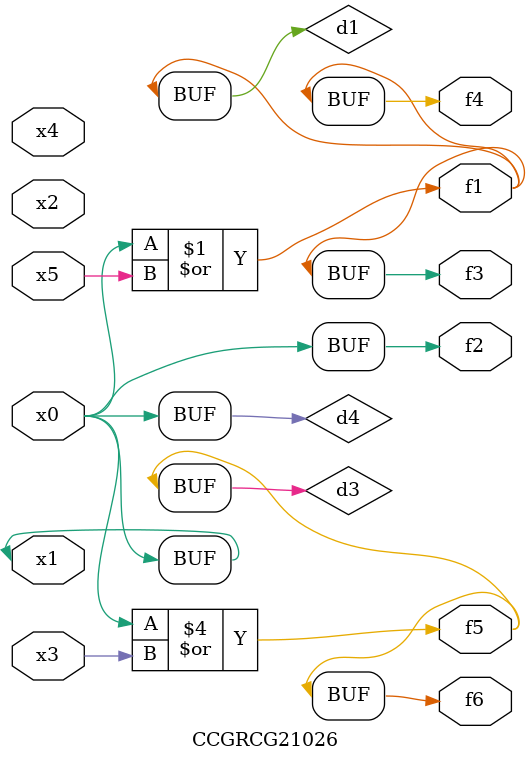
<source format=v>
module CCGRCG21026(
	input x0, x1, x2, x3, x4, x5,
	output f1, f2, f3, f4, f5, f6
);

	wire d1, d2, d3, d4;

	or (d1, x0, x5);
	xnor (d2, x1, x4);
	or (d3, x0, x3);
	buf (d4, x0, x1);
	assign f1 = d1;
	assign f2 = d4;
	assign f3 = d1;
	assign f4 = d1;
	assign f5 = d3;
	assign f6 = d3;
endmodule

</source>
